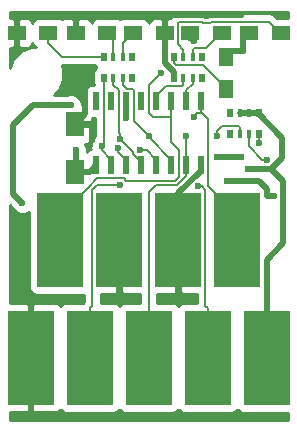
<source format=gbr>
G04 #@! TF.FileFunction,Copper,L1,Top,Signal*
%FSLAX46Y46*%
G04 Gerber Fmt 4.6, Leading zero omitted, Abs format (unit mm)*
G04 Created by KiCad (PCBNEW 4.0.4-stable) date Sunday, February 04, 2018 'PMt' 04:47:57 PM*
%MOMM*%
%LPD*%
G01*
G04 APERTURE LIST*
%ADD10C,0.100000*%
%ADD11R,1.500000X1.300000*%
%ADD12R,1.300000X1.500000*%
%ADD13R,1.750000X0.600000*%
%ADD14R,0.500000X0.800000*%
%ADD15R,0.400000X0.800000*%
%ADD16R,0.600000X1.500000*%
%ADD17R,1.600000X2.000000*%
%ADD18R,4.000000X8.000000*%
%ADD19C,0.600000*%
%ADD20C,0.500000*%
%ADD21C,0.180000*%
%ADD22C,0.254000*%
G04 APERTURE END LIST*
D10*
D11*
X88800000Y-96500000D03*
X91500000Y-96500000D03*
X93800000Y-96500000D03*
X96500000Y-96500000D03*
X101350000Y-96500000D03*
X98650000Y-96500000D03*
X106200000Y-96500000D03*
X103500000Y-96500000D03*
X111200000Y-96500000D03*
X108500000Y-96500000D03*
D12*
X106500000Y-101250000D03*
X106500000Y-98550000D03*
D13*
X107250000Y-107000000D03*
X107250000Y-109000000D03*
X109000000Y-108000000D03*
D14*
X109300000Y-103250000D03*
D15*
X107700000Y-103250000D03*
X108500000Y-103250000D03*
D14*
X106900000Y-103250000D03*
D15*
X108500000Y-105050000D03*
D14*
X109300000Y-105050000D03*
D15*
X107700000Y-105050000D03*
D14*
X106900000Y-105050000D03*
X96200000Y-100300000D03*
D15*
X97800000Y-100300000D03*
X97000000Y-100300000D03*
D14*
X98600000Y-100300000D03*
D15*
X97000000Y-98500000D03*
D14*
X96200000Y-98500000D03*
D15*
X97800000Y-98500000D03*
D14*
X98600000Y-98500000D03*
X102100000Y-100300000D03*
D15*
X103700000Y-100300000D03*
X102900000Y-100300000D03*
D14*
X104500000Y-100300000D03*
D15*
X102900000Y-98500000D03*
D14*
X102100000Y-98500000D03*
D15*
X103700000Y-98500000D03*
D14*
X104500000Y-98500000D03*
D16*
X95555000Y-107700000D03*
X96825000Y-107700000D03*
X98095000Y-107700000D03*
X99365000Y-107700000D03*
X100635000Y-107700000D03*
X101905000Y-107700000D03*
X103175000Y-107700000D03*
X104445000Y-107700000D03*
X104445000Y-102300000D03*
X103175000Y-102300000D03*
X101905000Y-102300000D03*
X100635000Y-102300000D03*
X99365000Y-102300000D03*
X98095000Y-102300000D03*
X96825000Y-102300000D03*
X95555000Y-102300000D03*
D17*
X93750000Y-108250000D03*
X93750000Y-104250000D03*
D18*
X95000000Y-124000000D03*
X105000000Y-124000000D03*
X100000000Y-124000000D03*
X107500000Y-114000000D03*
X92500000Y-114000000D03*
X97500000Y-114000000D03*
X102500000Y-114000000D03*
X90000000Y-124000000D03*
X110000000Y-124000000D03*
D19*
X90100000Y-119000000D03*
X95200000Y-105600000D03*
X98100000Y-103700000D03*
X94900000Y-99900000D03*
X107800000Y-94969989D03*
X104900000Y-95100000D03*
X102500000Y-119100000D03*
X97500000Y-118900000D03*
X105800000Y-107000000D03*
X93800000Y-106400000D03*
X108000000Y-98000000D03*
X103800000Y-97200000D03*
X110600000Y-110300000D03*
X89300000Y-110900000D03*
X93400000Y-102600000D03*
X103800000Y-103600000D03*
X95996716Y-106050010D03*
X97517258Y-105456569D03*
X101072750Y-99869989D03*
X100000000Y-105209990D03*
X97393289Y-106246917D03*
X109360038Y-105779287D03*
X97600000Y-109400000D03*
X104155680Y-109499996D03*
X110034541Y-107226124D03*
X99218407Y-106449999D03*
X105800000Y-105209990D03*
X103119085Y-105209990D03*
D20*
X90000000Y-124000000D02*
X90000000Y-119100000D01*
X90000000Y-119100000D02*
X90100000Y-119000000D01*
X101350000Y-96500000D02*
X101350000Y-95350000D01*
X101350000Y-95350000D02*
X101680012Y-95019988D01*
X101680012Y-95019988D02*
X104705680Y-95019988D01*
X104705680Y-95019988D02*
X104785692Y-95100000D01*
X104785692Y-95100000D02*
X104900000Y-95100000D01*
X101350000Y-99059083D02*
X101350000Y-97650000D01*
X102100000Y-100300000D02*
X102100000Y-99809083D01*
X102100000Y-99809083D02*
X101350000Y-99059083D01*
X101350000Y-97650000D02*
X101350000Y-96500000D01*
X104445000Y-107700000D02*
X104445000Y-108150000D01*
X104445000Y-108150000D02*
X102500000Y-110095000D01*
X102500000Y-110095000D02*
X102500000Y-114000000D01*
X94600001Y-103399999D02*
X93750000Y-104250000D01*
X94900000Y-99900000D02*
X94600001Y-100199999D01*
X94600001Y-100199999D02*
X94600001Y-103399999D01*
X95200000Y-104400000D02*
X95050000Y-104250000D01*
X95050000Y-104250000D02*
X93750000Y-104250000D01*
X95200000Y-105600000D02*
X95200000Y-104400000D01*
X98095000Y-102300000D02*
X98095000Y-103695000D01*
X98095000Y-103695000D02*
X98100000Y-103700000D01*
X104900000Y-95100000D02*
X105030011Y-94969989D01*
X105030011Y-94969989D02*
X107800000Y-94969989D01*
X102500000Y-114000000D02*
X102500000Y-119100000D01*
X97500000Y-114000000D02*
X97500000Y-118900000D01*
D21*
X96200000Y-98500000D02*
X92670000Y-98500000D01*
X92670000Y-98500000D02*
X91500000Y-97330000D01*
X91500000Y-97330000D02*
X91500000Y-96500000D01*
X97000000Y-98500000D02*
X97000000Y-97000000D01*
X97000000Y-97000000D02*
X96500000Y-96500000D01*
X97800000Y-98500000D02*
X97800000Y-97350000D01*
X97800000Y-97350000D02*
X98650000Y-96500000D01*
X103700000Y-97920000D02*
X103700000Y-98500000D01*
X103829998Y-97790002D02*
X103700000Y-97920000D01*
X104809998Y-97790002D02*
X103829998Y-97790002D01*
X106100000Y-96500000D02*
X104809998Y-97790002D01*
X106200000Y-96500000D02*
X106100000Y-96500000D01*
D20*
X93750000Y-108250000D02*
X95005000Y-108250000D01*
X95005000Y-108250000D02*
X95555000Y-107700000D01*
X107250000Y-107000000D02*
X105800000Y-107000000D01*
X93800000Y-106400000D02*
X93800000Y-108200000D01*
X93800000Y-108200000D02*
X93750000Y-108250000D01*
X108000000Y-98000000D02*
X107050000Y-98000000D01*
X107050000Y-98000000D02*
X106500000Y-98550000D01*
X108000000Y-98000000D02*
X108000000Y-97000000D01*
X108000000Y-97000000D02*
X108500000Y-96500000D01*
X103500000Y-96500000D02*
X103500000Y-96900000D01*
X103500000Y-96900000D02*
X103800000Y-97200000D01*
D21*
X110159999Y-95559999D02*
X105313203Y-95559999D01*
X111100000Y-96500000D02*
X110159999Y-95559999D01*
X102900000Y-97920000D02*
X102900000Y-98500000D01*
X102459999Y-97479999D02*
X102900000Y-97920000D01*
X102459999Y-95617999D02*
X102459999Y-97479999D01*
X102517999Y-95559999D02*
X102459999Y-95617999D01*
X104482001Y-95559999D02*
X102517999Y-95559999D01*
X104612003Y-95690001D02*
X104482001Y-95559999D01*
X105183201Y-95690001D02*
X104612003Y-95690001D01*
X105313203Y-95559999D02*
X105183201Y-95690001D01*
X111200000Y-96500000D02*
X111100000Y-96500000D01*
X102276453Y-99200000D02*
X102100000Y-99023547D01*
X102100000Y-99023547D02*
X102100000Y-98500000D01*
X106500000Y-101150000D02*
X104550000Y-99200000D01*
X104550000Y-99200000D02*
X102276453Y-99200000D01*
X106500000Y-101250000D02*
X106500000Y-101150000D01*
D20*
X107250000Y-109000000D02*
X109310002Y-109000000D01*
X109310002Y-109000000D02*
X110000000Y-109689998D01*
X110000000Y-109689998D02*
X110000000Y-110300000D01*
X110000000Y-110300000D02*
X110600000Y-110300000D01*
X88500000Y-110100000D02*
X89300000Y-110900000D01*
X88500000Y-104300000D02*
X88500000Y-110100000D01*
X90200000Y-102600000D02*
X88500000Y-104300000D01*
X93400000Y-102600000D02*
X90200000Y-102600000D01*
D21*
X103800000Y-103600000D02*
X104099999Y-103300001D01*
X104099999Y-103300001D02*
X104374999Y-103300001D01*
X104374999Y-103300001D02*
X104445000Y-103230000D01*
X104445000Y-103230000D02*
X104445000Y-102300000D01*
X105035001Y-103820001D02*
X104445000Y-103230000D01*
X105035001Y-109475583D02*
X105035001Y-103820001D01*
X105170011Y-109610593D02*
X105035001Y-109475583D01*
X107500000Y-112000000D02*
X105170011Y-109670011D01*
X105170011Y-109670011D02*
X105170011Y-109610593D01*
X107500000Y-114000000D02*
X107500000Y-112000000D01*
X95996716Y-106421716D02*
X95996716Y-106050010D01*
X96825000Y-107250000D02*
X95996716Y-106421716D01*
X96825000Y-107700000D02*
X96825000Y-107250000D01*
X96200000Y-100300000D02*
X96200000Y-104400000D01*
X96200000Y-105846726D02*
X95996716Y-106050010D01*
X96200000Y-104400000D02*
X96200000Y-105846726D01*
X97817257Y-105756568D02*
X97517258Y-105456569D01*
X98628405Y-106733201D02*
X98628405Y-106567716D01*
X99365000Y-107469796D02*
X98628405Y-106733201D01*
X97517258Y-105032305D02*
X97517258Y-105456569D01*
X97435165Y-104950212D02*
X97517258Y-105032305D01*
X97435165Y-101315165D02*
X97435165Y-104950212D01*
X99365000Y-107700000D02*
X99365000Y-107469796D01*
X97000000Y-100300000D02*
X97000000Y-100880000D01*
X97000000Y-100880000D02*
X97435165Y-101315165D01*
X98628405Y-106567716D02*
X97817257Y-105756568D01*
X100362998Y-103600000D02*
X100044999Y-103282001D01*
X100044999Y-103282001D02*
X100044999Y-100897740D01*
X100044999Y-100897740D02*
X100772751Y-100169988D01*
X100772751Y-100169988D02*
X101072750Y-99869989D01*
X101905000Y-103600000D02*
X100362998Y-103600000D01*
X97883202Y-108809998D02*
X98093193Y-109019989D01*
X92500000Y-114000000D02*
X92500000Y-112000000D01*
X102584999Y-108682585D02*
X102584999Y-106407323D01*
X102584999Y-106407323D02*
X101905000Y-105727324D01*
X101905000Y-105727324D02*
X101905000Y-103600000D01*
X98093193Y-109019989D02*
X102247595Y-109019989D01*
X95630584Y-108809998D02*
X97883202Y-108809998D01*
X94829989Y-109610593D02*
X95630584Y-108809998D01*
X94829988Y-109670012D02*
X94829989Y-109610593D01*
X102247595Y-109019989D02*
X102584999Y-108682585D01*
X92500000Y-112000000D02*
X94829988Y-109670012D01*
X101905000Y-103600000D02*
X101905000Y-103230000D01*
X101905000Y-103230000D02*
X101905000Y-102300000D01*
X101905000Y-107250000D02*
X100000000Y-105345000D01*
X98627001Y-101259999D02*
X98774999Y-101407997D01*
X101905000Y-107700000D02*
X101905000Y-107250000D01*
X97800000Y-100300000D02*
X97800000Y-100880000D01*
X98179999Y-101259999D02*
X98627001Y-101259999D01*
X98774999Y-103984989D02*
X99700001Y-104909991D01*
X99700001Y-104909991D02*
X100000000Y-105209990D01*
X98774999Y-101407997D02*
X98774999Y-103984989D01*
X100000000Y-105345000D02*
X100000000Y-105209990D01*
X97800000Y-100880000D02*
X98179999Y-101259999D01*
X98095000Y-107250000D02*
X97393289Y-106548289D01*
X98095000Y-107700000D02*
X98095000Y-107250000D01*
X97393289Y-106548289D02*
X97393289Y-106246917D01*
X109300000Y-105719249D02*
X109360038Y-105779287D01*
X109300000Y-105050000D02*
X109300000Y-105719249D01*
X95577998Y-109400000D02*
X97600000Y-109400000D01*
X95000000Y-124000000D02*
X95000000Y-119820000D01*
X95000000Y-119820000D02*
X95209999Y-119610001D01*
X95209999Y-119610001D02*
X95209999Y-109767999D01*
X95209999Y-109767999D02*
X95577998Y-109400000D01*
X104790001Y-109767999D02*
X104521998Y-109499996D01*
X104521998Y-109499996D02*
X104155680Y-109499996D01*
X104790001Y-119610001D02*
X104790001Y-109767999D01*
X105000000Y-119820000D02*
X104790001Y-119610001D01*
X105000000Y-124000000D02*
X105000000Y-119820000D01*
X108500000Y-106115847D02*
X109610277Y-107226124D01*
X109610277Y-107226124D02*
X110034541Y-107226124D01*
X108500000Y-105050000D02*
X108500000Y-106115847D01*
X100635000Y-107700000D02*
X100635000Y-107250000D01*
X100635000Y-107250000D02*
X99834999Y-106449999D01*
X99642671Y-106449999D02*
X99218407Y-106449999D01*
X99834999Y-106449999D02*
X99642671Y-106449999D01*
X106225727Y-104359999D02*
X105800000Y-104785726D01*
X107700000Y-104470000D02*
X107589999Y-104359999D01*
X107589999Y-104359999D02*
X106225727Y-104359999D01*
X103175000Y-107700000D02*
X103175000Y-105265905D01*
X107700000Y-105050000D02*
X107700000Y-104470000D01*
X103175000Y-105265905D02*
X103119085Y-105209990D01*
X105800000Y-104785726D02*
X105800000Y-105209990D01*
X100577998Y-109400000D02*
X102405002Y-109399998D01*
X102405002Y-109399998D02*
X103175000Y-108630000D01*
X103175000Y-108630000D02*
X103175000Y-107700000D01*
X100000000Y-124000000D02*
X100000000Y-109977998D01*
X100000000Y-109977998D02*
X100577998Y-109400000D01*
D20*
X108500000Y-103250000D02*
X109300000Y-103250000D01*
X107700000Y-103250000D02*
X108500000Y-103250000D01*
X109300000Y-103250000D02*
X107700000Y-103250000D01*
X111400000Y-114300000D02*
X111400000Y-109025000D01*
X111400000Y-109025000D02*
X110375000Y-108000000D01*
X110000000Y-115700000D02*
X111400000Y-114300000D01*
X110000000Y-124000000D02*
X110000000Y-115700000D01*
X111280020Y-105380020D02*
X111280020Y-107094980D01*
X109300000Y-103250000D02*
X109300000Y-103400000D01*
X109300000Y-103400000D02*
X111280020Y-105380020D01*
X111280020Y-107094980D02*
X110375000Y-108000000D01*
X110375000Y-108000000D02*
X109000000Y-108000000D01*
D21*
X103175000Y-102300000D02*
X103175000Y-101370000D01*
X103700000Y-100845000D02*
X103700000Y-100300000D01*
X103175000Y-101370000D02*
X103700000Y-100845000D01*
X100635000Y-102300000D02*
X100635000Y-101850000D01*
X100635000Y-101850000D02*
X101494999Y-100990001D01*
X101494999Y-100990001D02*
X102789999Y-100990001D01*
X102789999Y-100990001D02*
X102900000Y-100880000D01*
X102900000Y-100880000D02*
X102900000Y-100300000D01*
D22*
G36*
X88457255Y-111308835D02*
X88506883Y-111428943D01*
X88769673Y-111692192D01*
X89113201Y-111834838D01*
X89485167Y-111835162D01*
X89828943Y-111693117D01*
X89852560Y-111669541D01*
X89852560Y-118000000D01*
X89896838Y-118235317D01*
X90035910Y-118451441D01*
X90248110Y-118596431D01*
X90500000Y-118647440D01*
X94484999Y-118647440D01*
X94484999Y-119310863D01*
X94457138Y-119352560D01*
X93000000Y-119352560D01*
X92764683Y-119396838D01*
X92548559Y-119535910D01*
X92502031Y-119604006D01*
X92359698Y-119461673D01*
X92126309Y-119365000D01*
X90285750Y-119365000D01*
X90127000Y-119523750D01*
X90127000Y-123873000D01*
X90147000Y-123873000D01*
X90147000Y-124127000D01*
X90127000Y-124127000D01*
X90127000Y-128476250D01*
X90285750Y-128635000D01*
X92126309Y-128635000D01*
X92359698Y-128538327D01*
X92500936Y-128397090D01*
X92535910Y-128451441D01*
X92748110Y-128596431D01*
X93000000Y-128647440D01*
X97000000Y-128647440D01*
X97235317Y-128603162D01*
X97451441Y-128464090D01*
X97499134Y-128394289D01*
X97535910Y-128451441D01*
X97748110Y-128596431D01*
X98000000Y-128647440D01*
X102000000Y-128647440D01*
X102235317Y-128603162D01*
X102451441Y-128464090D01*
X102499134Y-128394289D01*
X102535910Y-128451441D01*
X102748110Y-128596431D01*
X103000000Y-128647440D01*
X107000000Y-128647440D01*
X107235317Y-128603162D01*
X107451441Y-128464090D01*
X107499134Y-128394289D01*
X107535910Y-128451441D01*
X107748110Y-128596431D01*
X108000000Y-128647440D01*
X111790000Y-128647440D01*
X111790000Y-129290000D01*
X88210000Y-129290000D01*
X88210000Y-128635000D01*
X89714250Y-128635000D01*
X89873000Y-128476250D01*
X89873000Y-124127000D01*
X89853000Y-124127000D01*
X89853000Y-123873000D01*
X89873000Y-123873000D01*
X89873000Y-119523750D01*
X89714250Y-119365000D01*
X88210000Y-119365000D01*
X88210000Y-111061580D01*
X88457255Y-111308835D01*
X88457255Y-111308835D01*
G37*
X88457255Y-111308835D02*
X88506883Y-111428943D01*
X88769673Y-111692192D01*
X89113201Y-111834838D01*
X89485167Y-111835162D01*
X89828943Y-111693117D01*
X89852560Y-111669541D01*
X89852560Y-118000000D01*
X89896838Y-118235317D01*
X90035910Y-118451441D01*
X90248110Y-118596431D01*
X90500000Y-118647440D01*
X94484999Y-118647440D01*
X94484999Y-119310863D01*
X94457138Y-119352560D01*
X93000000Y-119352560D01*
X92764683Y-119396838D01*
X92548559Y-119535910D01*
X92502031Y-119604006D01*
X92359698Y-119461673D01*
X92126309Y-119365000D01*
X90285750Y-119365000D01*
X90127000Y-119523750D01*
X90127000Y-123873000D01*
X90147000Y-123873000D01*
X90147000Y-124127000D01*
X90127000Y-124127000D01*
X90127000Y-128476250D01*
X90285750Y-128635000D01*
X92126309Y-128635000D01*
X92359698Y-128538327D01*
X92500936Y-128397090D01*
X92535910Y-128451441D01*
X92748110Y-128596431D01*
X93000000Y-128647440D01*
X97000000Y-128647440D01*
X97235317Y-128603162D01*
X97451441Y-128464090D01*
X97499134Y-128394289D01*
X97535910Y-128451441D01*
X97748110Y-128596431D01*
X98000000Y-128647440D01*
X102000000Y-128647440D01*
X102235317Y-128603162D01*
X102451441Y-128464090D01*
X102499134Y-128394289D01*
X102535910Y-128451441D01*
X102748110Y-128596431D01*
X103000000Y-128647440D01*
X107000000Y-128647440D01*
X107235317Y-128603162D01*
X107451441Y-128464090D01*
X107499134Y-128394289D01*
X107535910Y-128451441D01*
X107748110Y-128596431D01*
X108000000Y-128647440D01*
X111790000Y-128647440D01*
X111790000Y-129290000D01*
X88210000Y-129290000D01*
X88210000Y-128635000D01*
X89714250Y-128635000D01*
X89873000Y-128476250D01*
X89873000Y-124127000D01*
X89853000Y-124127000D01*
X89853000Y-123873000D01*
X89873000Y-123873000D01*
X89873000Y-119523750D01*
X89714250Y-119365000D01*
X88210000Y-119365000D01*
X88210000Y-111061580D01*
X88457255Y-111308835D01*
G36*
X97627000Y-113873000D02*
X97647000Y-113873000D01*
X97647000Y-114127000D01*
X97627000Y-114127000D01*
X97627000Y-118476250D01*
X97785750Y-118635000D01*
X99275000Y-118635000D01*
X99275000Y-119352560D01*
X98000000Y-119352560D01*
X97764683Y-119396838D01*
X97548559Y-119535910D01*
X97500866Y-119605711D01*
X97464090Y-119548559D01*
X97251890Y-119403569D01*
X97000000Y-119352560D01*
X95934999Y-119352560D01*
X95934999Y-118635000D01*
X97214250Y-118635000D01*
X97373000Y-118476250D01*
X97373000Y-114127000D01*
X97353000Y-114127000D01*
X97353000Y-113873000D01*
X97373000Y-113873000D01*
X97373000Y-113853000D01*
X97627000Y-113853000D01*
X97627000Y-113873000D01*
X97627000Y-113873000D01*
G37*
X97627000Y-113873000D02*
X97647000Y-113873000D01*
X97647000Y-114127000D01*
X97627000Y-114127000D01*
X97627000Y-118476250D01*
X97785750Y-118635000D01*
X99275000Y-118635000D01*
X99275000Y-119352560D01*
X98000000Y-119352560D01*
X97764683Y-119396838D01*
X97548559Y-119535910D01*
X97500866Y-119605711D01*
X97464090Y-119548559D01*
X97251890Y-119403569D01*
X97000000Y-119352560D01*
X95934999Y-119352560D01*
X95934999Y-118635000D01*
X97214250Y-118635000D01*
X97373000Y-118476250D01*
X97373000Y-114127000D01*
X97353000Y-114127000D01*
X97353000Y-113873000D01*
X97373000Y-113873000D01*
X97373000Y-113853000D01*
X97627000Y-113853000D01*
X97627000Y-113873000D01*
G36*
X102627000Y-113873000D02*
X102647000Y-113873000D01*
X102647000Y-114127000D01*
X102627000Y-114127000D01*
X102627000Y-118476250D01*
X102785750Y-118635000D01*
X104065001Y-118635000D01*
X104065001Y-119352560D01*
X103000000Y-119352560D01*
X102764683Y-119396838D01*
X102548559Y-119535910D01*
X102500866Y-119605711D01*
X102464090Y-119548559D01*
X102251890Y-119403569D01*
X102000000Y-119352560D01*
X100725000Y-119352560D01*
X100725000Y-118635000D01*
X102214250Y-118635000D01*
X102373000Y-118476250D01*
X102373000Y-114127000D01*
X102353000Y-114127000D01*
X102353000Y-113873000D01*
X102373000Y-113873000D01*
X102373000Y-113853000D01*
X102627000Y-113853000D01*
X102627000Y-113873000D01*
X102627000Y-113873000D01*
G37*
X102627000Y-113873000D02*
X102647000Y-113873000D01*
X102647000Y-114127000D01*
X102627000Y-114127000D01*
X102627000Y-118476250D01*
X102785750Y-118635000D01*
X104065001Y-118635000D01*
X104065001Y-119352560D01*
X103000000Y-119352560D01*
X102764683Y-119396838D01*
X102548559Y-119535910D01*
X102500866Y-119605711D01*
X102464090Y-119548559D01*
X102251890Y-119403569D01*
X102000000Y-119352560D01*
X100725000Y-119352560D01*
X100725000Y-118635000D01*
X102214250Y-118635000D01*
X102373000Y-118476250D01*
X102373000Y-114127000D01*
X102353000Y-114127000D01*
X102353000Y-113873000D01*
X102373000Y-113873000D01*
X102373000Y-113853000D01*
X102627000Y-113853000D01*
X102627000Y-113873000D01*
G36*
X95255000Y-103697440D02*
X95475000Y-103697440D01*
X95475000Y-105253907D01*
X95467773Y-105256893D01*
X95204524Y-105519683D01*
X95061878Y-105863211D01*
X95061554Y-106235177D01*
X95101342Y-106331473D01*
X95019683Y-106346838D01*
X94803559Y-106485910D01*
X94734838Y-106586486D01*
X94735162Y-106214833D01*
X94598878Y-105885000D01*
X94676310Y-105885000D01*
X94909699Y-105788327D01*
X95088327Y-105609698D01*
X95185000Y-105376309D01*
X95185000Y-104535750D01*
X95026250Y-104377000D01*
X93877000Y-104377000D01*
X93877000Y-104397000D01*
X93623000Y-104397000D01*
X93623000Y-104377000D01*
X93603000Y-104377000D01*
X93603000Y-104123000D01*
X93623000Y-104123000D01*
X93623000Y-104103000D01*
X93877000Y-104103000D01*
X93877000Y-104123000D01*
X95026250Y-104123000D01*
X95185000Y-103964250D01*
X95185000Y-103683265D01*
X95255000Y-103697440D01*
X95255000Y-103697440D01*
G37*
X95255000Y-103697440D02*
X95475000Y-103697440D01*
X95475000Y-105253907D01*
X95467773Y-105256893D01*
X95204524Y-105519683D01*
X95061878Y-105863211D01*
X95061554Y-106235177D01*
X95101342Y-106331473D01*
X95019683Y-106346838D01*
X94803559Y-106485910D01*
X94734838Y-106586486D01*
X94735162Y-106214833D01*
X94598878Y-105885000D01*
X94676310Y-105885000D01*
X94909699Y-105788327D01*
X95088327Y-105609698D01*
X95185000Y-105376309D01*
X95185000Y-104535750D01*
X95026250Y-104377000D01*
X93877000Y-104377000D01*
X93877000Y-104397000D01*
X93623000Y-104397000D01*
X93623000Y-104377000D01*
X93603000Y-104377000D01*
X93603000Y-104123000D01*
X93623000Y-104123000D01*
X93623000Y-104103000D01*
X93877000Y-104103000D01*
X93877000Y-104123000D01*
X95026250Y-104123000D01*
X95185000Y-103964250D01*
X95185000Y-103683265D01*
X95255000Y-103697440D01*
G36*
X92670000Y-99225000D02*
X95404547Y-99225000D01*
X95485910Y-99351441D01*
X95555711Y-99399134D01*
X95498559Y-99435910D01*
X95353569Y-99648110D01*
X95302560Y-99900000D01*
X95302560Y-100700000D01*
X95340674Y-100902560D01*
X95255000Y-100902560D01*
X95019683Y-100946838D01*
X94803559Y-101085910D01*
X94658569Y-101298110D01*
X94607560Y-101550000D01*
X94607560Y-102615000D01*
X94334988Y-102615000D01*
X94335162Y-102414833D01*
X94193117Y-102071057D01*
X93930327Y-101807808D01*
X93586799Y-101665162D01*
X93214833Y-101664838D01*
X93093431Y-101715000D01*
X91991306Y-101715000D01*
X92410999Y-101296039D01*
X92759603Y-100456509D01*
X92760396Y-99547479D01*
X92623313Y-99215713D01*
X92670000Y-99225000D01*
X92670000Y-99225000D01*
G37*
X92670000Y-99225000D02*
X95404547Y-99225000D01*
X95485910Y-99351441D01*
X95555711Y-99399134D01*
X95498559Y-99435910D01*
X95353569Y-99648110D01*
X95302560Y-99900000D01*
X95302560Y-100700000D01*
X95340674Y-100902560D01*
X95255000Y-100902560D01*
X95019683Y-100946838D01*
X94803559Y-101085910D01*
X94658569Y-101298110D01*
X94607560Y-101550000D01*
X94607560Y-102615000D01*
X94334988Y-102615000D01*
X94335162Y-102414833D01*
X94193117Y-102071057D01*
X93930327Y-101807808D01*
X93586799Y-101665162D01*
X93214833Y-101664838D01*
X93093431Y-101715000D01*
X91991306Y-101715000D01*
X92410999Y-101296039D01*
X92759603Y-100456509D01*
X92760396Y-99547479D01*
X92623313Y-99215713D01*
X92670000Y-99225000D01*
G36*
X111790000Y-95202560D02*
X110827864Y-95202560D01*
X110672651Y-95047347D01*
X110437445Y-94890186D01*
X110391414Y-94881030D01*
X110159999Y-94834999D01*
X105313203Y-94834999D01*
X105035757Y-94890186D01*
X104923789Y-94965001D01*
X104871415Y-94965001D01*
X104759447Y-94890186D01*
X104713416Y-94881030D01*
X104482001Y-94834999D01*
X102517999Y-94834999D01*
X102240554Y-94890186D01*
X102162507Y-94942336D01*
X102005346Y-95047347D01*
X101947347Y-95105347D01*
X101874079Y-95215000D01*
X101635750Y-95215000D01*
X101477000Y-95373750D01*
X101477000Y-96373000D01*
X101497000Y-96373000D01*
X101497000Y-96627000D01*
X101477000Y-96627000D01*
X101477000Y-96647000D01*
X101223000Y-96647000D01*
X101223000Y-96627000D01*
X101203000Y-96627000D01*
X101203000Y-96373000D01*
X101223000Y-96373000D01*
X101223000Y-95373750D01*
X101064250Y-95215000D01*
X100473691Y-95215000D01*
X100240302Y-95311673D01*
X100061673Y-95490301D01*
X100005346Y-95626287D01*
X100003162Y-95614683D01*
X99864090Y-95398559D01*
X99651890Y-95253569D01*
X99400000Y-95202560D01*
X97900000Y-95202560D01*
X97664683Y-95246838D01*
X97575772Y-95304051D01*
X97501890Y-95253569D01*
X97250000Y-95202560D01*
X95750000Y-95202560D01*
X95514683Y-95246838D01*
X95298559Y-95385910D01*
X95153569Y-95598110D01*
X95146809Y-95631490D01*
X95088327Y-95490301D01*
X94909698Y-95311673D01*
X94676309Y-95215000D01*
X94085750Y-95215000D01*
X93927000Y-95373750D01*
X93927000Y-96373000D01*
X93947000Y-96373000D01*
X93947000Y-96627000D01*
X93927000Y-96627000D01*
X93927000Y-96647000D01*
X93673000Y-96647000D01*
X93673000Y-96627000D01*
X93653000Y-96627000D01*
X93653000Y-96373000D01*
X93673000Y-96373000D01*
X93673000Y-95373750D01*
X93514250Y-95215000D01*
X92923691Y-95215000D01*
X92690302Y-95311673D01*
X92648340Y-95353634D01*
X92501890Y-95253569D01*
X92250000Y-95202560D01*
X90750000Y-95202560D01*
X90514683Y-95246838D01*
X90298559Y-95385910D01*
X90153569Y-95598110D01*
X90146809Y-95631490D01*
X90088327Y-95490301D01*
X89909698Y-95311673D01*
X89676309Y-95215000D01*
X89085750Y-95215000D01*
X88927000Y-95373750D01*
X88927000Y-96373000D01*
X88947000Y-96373000D01*
X88947000Y-96627000D01*
X88927000Y-96627000D01*
X88927000Y-97626250D01*
X89085750Y-97785000D01*
X89676309Y-97785000D01*
X89909698Y-97688327D01*
X90088327Y-97509699D01*
X90144654Y-97373713D01*
X90146838Y-97385317D01*
X90285910Y-97601441D01*
X90452078Y-97714979D01*
X90022479Y-97714604D01*
X89182342Y-98061742D01*
X88539001Y-98703961D01*
X88210000Y-99496282D01*
X88210000Y-97785000D01*
X88514250Y-97785000D01*
X88673000Y-97626250D01*
X88673000Y-96627000D01*
X88653000Y-96627000D01*
X88653000Y-96373000D01*
X88673000Y-96373000D01*
X88673000Y-95373750D01*
X88514250Y-95215000D01*
X88210000Y-95215000D01*
X88210000Y-94710000D01*
X111790000Y-94710000D01*
X111790000Y-95202560D01*
X111790000Y-95202560D01*
G37*
X111790000Y-95202560D02*
X110827864Y-95202560D01*
X110672651Y-95047347D01*
X110437445Y-94890186D01*
X110391414Y-94881030D01*
X110159999Y-94834999D01*
X105313203Y-94834999D01*
X105035757Y-94890186D01*
X104923789Y-94965001D01*
X104871415Y-94965001D01*
X104759447Y-94890186D01*
X104713416Y-94881030D01*
X104482001Y-94834999D01*
X102517999Y-94834999D01*
X102240554Y-94890186D01*
X102162507Y-94942336D01*
X102005346Y-95047347D01*
X101947347Y-95105347D01*
X101874079Y-95215000D01*
X101635750Y-95215000D01*
X101477000Y-95373750D01*
X101477000Y-96373000D01*
X101497000Y-96373000D01*
X101497000Y-96627000D01*
X101477000Y-96627000D01*
X101477000Y-96647000D01*
X101223000Y-96647000D01*
X101223000Y-96627000D01*
X101203000Y-96627000D01*
X101203000Y-96373000D01*
X101223000Y-96373000D01*
X101223000Y-95373750D01*
X101064250Y-95215000D01*
X100473691Y-95215000D01*
X100240302Y-95311673D01*
X100061673Y-95490301D01*
X100005346Y-95626287D01*
X100003162Y-95614683D01*
X99864090Y-95398559D01*
X99651890Y-95253569D01*
X99400000Y-95202560D01*
X97900000Y-95202560D01*
X97664683Y-95246838D01*
X97575772Y-95304051D01*
X97501890Y-95253569D01*
X97250000Y-95202560D01*
X95750000Y-95202560D01*
X95514683Y-95246838D01*
X95298559Y-95385910D01*
X95153569Y-95598110D01*
X95146809Y-95631490D01*
X95088327Y-95490301D01*
X94909698Y-95311673D01*
X94676309Y-95215000D01*
X94085750Y-95215000D01*
X93927000Y-95373750D01*
X93927000Y-96373000D01*
X93947000Y-96373000D01*
X93947000Y-96627000D01*
X93927000Y-96627000D01*
X93927000Y-96647000D01*
X93673000Y-96647000D01*
X93673000Y-96627000D01*
X93653000Y-96627000D01*
X93653000Y-96373000D01*
X93673000Y-96373000D01*
X93673000Y-95373750D01*
X93514250Y-95215000D01*
X92923691Y-95215000D01*
X92690302Y-95311673D01*
X92648340Y-95353634D01*
X92501890Y-95253569D01*
X92250000Y-95202560D01*
X90750000Y-95202560D01*
X90514683Y-95246838D01*
X90298559Y-95385910D01*
X90153569Y-95598110D01*
X90146809Y-95631490D01*
X90088327Y-95490301D01*
X89909698Y-95311673D01*
X89676309Y-95215000D01*
X89085750Y-95215000D01*
X88927000Y-95373750D01*
X88927000Y-96373000D01*
X88947000Y-96373000D01*
X88947000Y-96627000D01*
X88927000Y-96627000D01*
X88927000Y-97626250D01*
X89085750Y-97785000D01*
X89676309Y-97785000D01*
X89909698Y-97688327D01*
X90088327Y-97509699D01*
X90144654Y-97373713D01*
X90146838Y-97385317D01*
X90285910Y-97601441D01*
X90452078Y-97714979D01*
X90022479Y-97714604D01*
X89182342Y-98061742D01*
X88539001Y-98703961D01*
X88210000Y-99496282D01*
X88210000Y-97785000D01*
X88514250Y-97785000D01*
X88673000Y-97626250D01*
X88673000Y-96627000D01*
X88653000Y-96627000D01*
X88653000Y-96373000D01*
X88673000Y-96373000D01*
X88673000Y-95373750D01*
X88514250Y-95215000D01*
X88210000Y-95215000D01*
X88210000Y-94710000D01*
X111790000Y-94710000D01*
X111790000Y-95202560D01*
M02*

</source>
